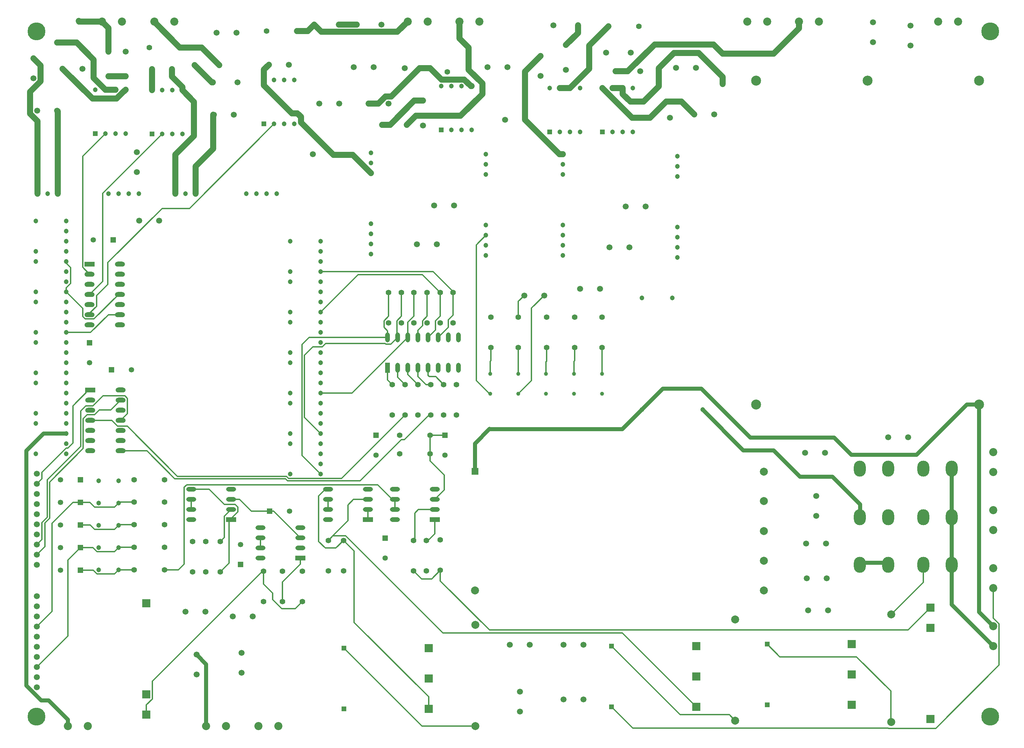
<source format=gtl>
%FSAX42Y42*%
%MOMM*%
G71*
G01*
G75*
G04 Layer_Physical_Order=1*
G04 Layer_Color=255*
%ADD10C,0.30*%
%ADD11C,1.00*%
%ADD12C,1.50*%
%ADD13O,2.50X1.20*%
%ADD14R,2.50X1.20*%
%ADD15C,1.35*%
%ADD16R,1.35X1.35*%
%ADD17C,1.52*%
%ADD18C,2.00*%
%ADD19C,2.03*%
%ADD20C,1.50*%
%ADD21C,1.40*%
%ADD22O,1.20X2.50*%
%ADD23R,1.20X2.50*%
%ADD24C,1.20*%
%ADD25R,1.20X1.22*%
%ADD26R,2.54X1.27*%
%ADD27O,2.54X1.27*%
%ADD28C,2.50*%
%ADD29C,1.00*%
%ADD30R,1.80X1.80*%
%ADD31R,1.35X1.35*%
%ADD32R,2.03X2.03*%
%ADD33R,1.27X1.27*%
%ADD34O,3.00X4.00*%
%ADD35C,4.50*%
D10*
X011243Y009830D02*
Y010084D01*
X015858Y012662D02*
X015862Y012658D01*
X015494Y012662D02*
X015858D01*
X015494Y012192D02*
Y012662D01*
Y012014D02*
Y012192D01*
Y012014D02*
X015850Y011659D01*
Y011290D02*
Y011659D01*
X015608Y011049D02*
X015850Y011290D01*
X012932Y010795D02*
Y011049D01*
X010503D02*
X010719D01*
X011011Y010757D01*
X011472D01*
X011570D01*
X012243Y010084D01*
X010607Y010922D02*
X010673Y010856D01*
X010333Y010922D02*
X010607D01*
X009952Y011303D02*
X010333Y010922D01*
X009327Y009426D02*
Y011351D01*
X009185Y009284D02*
X009327Y009426D01*
X011316Y008928D02*
X011544Y008700D01*
X011792Y008484D02*
Y008973D01*
X012243Y009423D01*
Y009576D01*
X012116Y008306D02*
X012294Y008484D01*
X011773Y008306D02*
X012116D01*
X011544Y008534D02*
X011773Y008306D01*
X011544Y008534D02*
Y008700D01*
X008529Y006039D02*
Y006484D01*
X008382Y005893D02*
X008529Y006039D01*
X008382Y005651D02*
Y005893D01*
X013056Y010135D02*
X013434Y010513D01*
X009393Y011417D02*
X014176D01*
X009327Y011351D02*
X009393Y011417D01*
X014176D02*
X014544Y011049D01*
X017704Y016019D02*
X017852Y016167D01*
X017704Y015621D02*
Y016019D01*
X018034Y015850D02*
X018351Y016167D01*
X027851Y008966D02*
Y009461D01*
X027051Y008166D02*
X027851Y008966D01*
X008776Y018351D02*
X009461D01*
X007417Y016993D02*
X008776Y018351D01*
X007417Y016446D02*
Y016993D01*
X006540Y013399D02*
X006934Y013792D01*
X006540Y012463D02*
Y013399D01*
X018034Y014034D02*
Y015850D01*
X017700Y013700D02*
X018034Y014034D01*
X018415Y014516D02*
Y014821D01*
X018400Y014501D02*
X018415Y014516D01*
X017704Y014525D02*
Y014846D01*
X017700Y014521D02*
X017704Y014525D01*
X017700Y014200D02*
Y014521D01*
X016650Y014034D02*
Y017437D01*
X006419Y012341D02*
X006540Y012463D01*
X006376Y012341D02*
X006419D01*
X005760Y011725D02*
X006376Y012341D01*
X018400Y014200D02*
Y014501D01*
X019100Y014200D02*
Y014516D01*
X019800Y014200D02*
Y014508D01*
X019799Y014509D02*
X019800Y014508D01*
X019799Y014509D02*
Y014821D01*
X016650Y014034D02*
X016983Y013700D01*
X016650Y017437D02*
X016891Y017678D01*
X016983Y013700D02*
X017000D01*
X015633Y014130D02*
X015832Y013932D01*
X015471Y014130D02*
X015633D01*
X015443Y014158D02*
X015471Y014130D01*
X015189Y014135D02*
X015392Y013932D01*
X015189Y014135D02*
Y014351D01*
X014935Y014183D02*
X015187Y013932D01*
X014935Y014183D02*
Y014351D01*
X013538Y013716D02*
X014935Y015113D01*
X012794Y014881D02*
X012874Y014961D01*
X012557Y014881D02*
X012794D01*
X012459Y015113D02*
X014427D01*
X012281Y014935D02*
X012459Y015113D01*
X012344Y014668D02*
X012557Y014881D01*
X012344Y013106D02*
Y014668D01*
X012281Y012154D02*
Y014935D01*
X016065Y015669D02*
Y016269D01*
X020306Y007696D02*
X022161Y005842D01*
X020041Y007366D02*
X021758Y005649D01*
X012941Y010020D02*
X013056Y010135D01*
X015608Y010185D02*
Y010541D01*
X015418Y009995D02*
X015608Y010185D01*
X015110Y010706D02*
X015199Y010795D01*
X021758Y005649D02*
X022990D01*
X010333Y010625D02*
X010503Y010795D01*
X022990Y005649D02*
X023139Y005499D01*
X026180Y007099D02*
X027038Y006241D01*
X024257Y007099D02*
X026180D01*
X023940Y007417D02*
X024257Y007099D01*
X014608Y010795D02*
Y011049D01*
X008839Y009284D02*
X009185D01*
X015199Y010795D02*
X015608D01*
X013932Y010541D02*
Y010795D01*
X009503D02*
Y011049D01*
Y011303D02*
X009952D01*
X017018Y014532D02*
Y014846D01*
X017000Y014514D02*
X017018Y014532D01*
X017000Y014200D02*
Y014514D01*
X019113Y014530D02*
Y014846D01*
X019100Y014516D02*
X019113Y014530D01*
X015392Y013932D02*
X015509D01*
X005639Y006845D02*
X006414Y007620D01*
Y009526D01*
X006727Y009839D01*
Y009271D02*
X007052D01*
X007145Y009179D01*
X007583D01*
X007688Y009284D01*
X008077D01*
X006727Y009839D02*
X007043D01*
X007145Y009738D01*
X007583D01*
X007688Y009843D01*
X007695Y009849D01*
X008077D01*
X006727Y010408D02*
X006972D01*
X007083Y010296D01*
X007583D01*
X007701Y010414D02*
X008077D01*
X007583Y010296D02*
X007688Y010401D01*
X007701Y010414D01*
X006727Y010976D02*
X006962D01*
X007688Y010960D02*
X007707Y010979D01*
X008077D01*
X006962Y010976D02*
X007083Y010855D01*
X007583D01*
X007688Y010960D01*
X027038Y005448D02*
Y006241D01*
X026978Y005303D02*
X028163D01*
X026973Y005309D02*
X026978Y005303D01*
X020574Y005309D02*
X026973D01*
X020041Y005842D02*
X020574Y005309D01*
X028163Y005303D02*
X029750Y006890D01*
Y007927D01*
X029604Y008073D02*
X029750Y007927D01*
X029604Y008073D02*
Y008822D01*
X015291Y005359D02*
X016624D01*
X013335Y007315D02*
X015291Y005359D01*
X015570Y016764D02*
X016065Y016269D01*
X012751Y016764D02*
X015570D01*
X015298Y016688D02*
X015743Y016243D01*
X013691Y016688D02*
X015298D01*
X012751Y015748D02*
X013691Y016688D01*
X015951Y015554D02*
X016065Y015669D01*
X015951Y015366D02*
Y015554D01*
X015697Y015113D02*
X015951Y015366D01*
X015743Y015644D02*
Y016243D01*
X015628Y015529D02*
X015743Y015644D01*
X015628Y015298D02*
Y015529D01*
X015443Y015113D02*
X015628Y015298D01*
X015420Y015644D02*
Y016243D01*
X015305Y015529D02*
X015420Y015644D01*
X015305Y015407D02*
Y015529D01*
X015189Y015113D02*
Y015291D01*
X015305Y015407D01*
X015088Y015644D02*
Y016243D01*
X014935Y015113D02*
Y015492D01*
X014775Y015644D02*
Y016243D01*
X014660Y015529D02*
X014775Y015644D01*
X014427Y014046D02*
X014541Y013932D01*
X014681Y014115D02*
X014864Y013932D01*
X014681Y014115D02*
Y014351D01*
X014427Y014046D02*
Y014351D01*
X014453Y015644D02*
Y016243D01*
X014338Y015529D02*
X014453Y015644D01*
X014338Y015366D02*
Y015529D01*
X014660Y015134D02*
X014681Y015113D01*
X014427D02*
Y015277D01*
X014338Y015366D02*
X014427Y015277D01*
X014660Y015134D02*
Y015529D01*
X012874Y014961D02*
X014366D01*
X014384Y014943D01*
X014511D01*
X014681Y015113D01*
X012751Y013716D02*
X013538D01*
X015443Y014158D02*
Y014351D01*
X012281Y012154D02*
X012751Y011684D01*
X012344Y013106D02*
X012751Y012700D01*
X013574Y011049D02*
X013932D01*
X013434Y010513D02*
Y010909D01*
X013574Y011049D01*
X007517Y013030D02*
X007663Y012885D01*
X006972Y013030D02*
X007517D01*
X014544Y011049D02*
X014608D01*
X007663Y012885D02*
X007906D01*
X009161Y011630D01*
X015470Y013170D02*
X015509D01*
X014847Y012547D02*
X015470Y013170D01*
X014769Y012547D02*
X014847D01*
X008395Y012268D02*
X009093Y011570D01*
X007734Y012268D02*
X008395D01*
X009093Y011570D02*
X011870D01*
X009161Y011630D02*
X011895D01*
X013741Y011519D02*
X014769Y012547D01*
X011895Y011630D02*
X011945Y011579D01*
X011870Y011570D02*
X011920Y011519D01*
X013741D01*
X011945Y011579D02*
X013273D01*
X014864Y013170D01*
X006959Y016701D02*
X006960D01*
X006788Y016872D02*
X006959Y016701D01*
X006788Y019665D02*
X007353Y020231D01*
X006960Y016193D02*
X007290Y016523D01*
X006960Y015685D02*
Y015722D01*
X007132Y015894D02*
Y016161D01*
X007417Y016446D01*
X009461Y018351D02*
X011582Y020472D01*
X006788Y016872D02*
Y019665D01*
X006375Y016256D02*
X006788Y015844D01*
Y015640D02*
Y015844D01*
X007685Y016193D02*
X007722D01*
X006960Y015722D02*
X007132Y015894D01*
X006851Y015576D02*
X007068D01*
X006788Y015640D02*
X006851Y015576D01*
X007068D02*
X007685Y016193D01*
X006986Y015240D02*
X007431Y015685D01*
X007722D01*
X006375Y015240D02*
X006986D01*
X006375Y016256D02*
Y016362D01*
X006480Y016467D01*
Y016869D01*
X006375Y016974D02*
X006480Y016869D01*
X006375Y016974D02*
Y017018D01*
X005639Y007861D02*
X006020Y008242D01*
X007081Y013176D02*
X007202Y013297D01*
X007493D01*
X007734Y013538D01*
X006020Y008242D02*
Y010452D01*
X006544Y010976D01*
X006727D01*
X006800Y013075D02*
X006901Y013176D01*
X007081D01*
X006740Y013269D02*
X006864Y013393D01*
X007044D01*
X007298Y013647D01*
X007843D01*
X007906Y013583D01*
Y013202D02*
Y013583D01*
X007734Y013030D02*
X007906Y013202D01*
X005639Y009665D02*
X005842Y009868D01*
Y010460D01*
X005962Y010580D01*
X005760Y010463D02*
X005902Y010605D01*
X006800Y012325D02*
Y013075D01*
X006740Y012379D02*
Y013269D01*
X005962Y010580D02*
Y011486D01*
X006800Y012325D01*
X005902Y010605D02*
Y011541D01*
X006740Y012379D01*
X006934Y013792D02*
X006972D01*
X011316Y008928D02*
Y009220D01*
X008529Y006484D02*
X011265Y009220D01*
X011316D01*
X010236Y009233D02*
X010452Y009449D01*
X013056Y010135D02*
X013372D01*
X015110Y010056D02*
Y010706D01*
X012865Y011303D02*
X012932D01*
X012700Y011138D02*
X012865Y011303D01*
X012700Y009995D02*
Y011138D01*
Y009995D02*
X012865Y009830D01*
X013132D01*
X013322Y010020D01*
X015455Y005791D02*
Y006097D01*
X013589Y007963D02*
X015455Y006097D01*
X013589Y007963D02*
Y009754D01*
X013322Y010020D02*
X013589Y009754D01*
X010236Y009995D02*
X010333Y010092D01*
Y010625D01*
X010452Y009449D02*
Y010516D01*
X010673Y010737D02*
Y010856D01*
X010452Y010516D02*
X010673Y010737D01*
X013372Y010135D02*
X015812Y007696D01*
X020306D01*
X027470Y007772D02*
X028029Y008331D01*
X016980Y007772D02*
X027470D01*
X015748Y009004D02*
X016980Y007772D01*
X015748Y009004D02*
Y009271D01*
X015532Y009055D02*
X015748Y009271D01*
X015278Y009055D02*
X015532D01*
X015075Y009258D02*
X015278Y009055D01*
X014935Y015492D02*
X015088Y015644D01*
X007290Y018732D02*
X008776Y020218D01*
X007290Y016523D02*
Y018732D01*
X005639Y011443D02*
X005760Y011564D01*
Y011725D01*
X005639Y009919D02*
X005760Y010040D01*
Y010463D01*
D11*
X009639Y007155D02*
X009881Y006913D01*
Y005359D02*
Y006913D01*
X006414Y005359D02*
Y005524D01*
X005804Y012700D02*
X006375D01*
X005375Y012271D02*
X005804Y012700D01*
X005375Y006380D02*
Y012271D01*
Y006380D02*
X005748Y006007D01*
X005931D01*
X006414Y005524D01*
X022321Y013302D02*
X023343Y012281D01*
X016614Y011757D02*
Y012448D01*
X026262Y009461D02*
X026973D01*
X026262Y010630D02*
X026270Y010638D01*
Y010922D01*
X025572Y011621D02*
X026270Y010922D01*
X026236Y010655D02*
Y010731D01*
X028562Y008407D02*
Y011798D01*
X028947Y013428D02*
X029248D01*
X027686Y012167D02*
X028947Y013428D01*
X026048Y012167D02*
X027686D01*
X025616Y012598D02*
X026048Y012167D01*
X020798Y013302D02*
X021325Y013830D01*
X022288D01*
X023520Y012598D01*
X025616D01*
X028562Y008407D02*
X029604Y007366D01*
X023343Y012281D02*
X024105D01*
X024765Y011621D01*
X025572D01*
X029248Y008222D02*
X029604Y007866D01*
X029248Y008222D02*
Y013428D01*
X016982Y012812D02*
X020307D01*
X020798Y013302D01*
X016614Y012448D02*
X016982Y012817D01*
D12*
X016226Y022616D02*
X016459Y022383D01*
Y021831D02*
Y022383D01*
Y021831D02*
X016802Y021488D01*
X016350Y021585D02*
X016515Y021420D01*
X016802Y021222D02*
Y021488D01*
X014910Y020447D02*
X015138Y020676D01*
X016256D01*
X016802Y021222D01*
X016226Y022616D02*
Y023038D01*
X012255Y020511D02*
Y020650D01*
X012167Y020739D02*
X012255Y020650D01*
X012027Y020739D02*
X012167D01*
X011328Y021438D02*
X012027Y020739D01*
X012255Y020511D02*
X013068Y019698D01*
X013551D01*
X011328Y021438D02*
Y021572D01*
X013551Y019698D02*
X014008Y019240D01*
X024735Y022868D02*
Y023038D01*
X014674Y022782D02*
X014931Y023038D01*
X008581Y023030D02*
X009220Y022390D01*
X008581Y023030D02*
Y023038D01*
X006683Y023053D02*
X006698Y023038D01*
X007272D01*
X007429Y022881D01*
Y022288D02*
Y022881D01*
X024105Y022238D02*
X024735Y022868D01*
X022822Y022238D02*
X024105D01*
X022593Y022466D02*
X022822Y022238D01*
X021120Y022466D02*
X022593D01*
X020447Y021793D02*
X021120Y022466D01*
X020142Y021793D02*
X020447D01*
X022225Y022250D02*
X022822Y021654D01*
X021603Y022250D02*
X022225D01*
X021222Y021869D02*
X021603Y022250D01*
X019482Y021852D02*
Y022441D01*
X019964Y022924D01*
X021222Y021412D02*
Y021869D01*
X020841Y021031D02*
X021222Y021412D01*
X018898Y022451D02*
X019200Y022754D01*
Y022949D01*
X018999Y021369D02*
X019482Y021852D01*
X015098Y021054D02*
X015316D01*
X014491Y020447D02*
X015098Y021054D01*
X014290Y020447D02*
X014491D01*
X012766Y022782D02*
X014674D01*
X012586Y022962D02*
X012766Y022782D01*
X012428Y022804D02*
X012586Y022962D01*
X012154Y022804D02*
X012428D01*
X013206Y022962D02*
X013655D01*
X009220Y022390D02*
X009766D01*
X010211Y021946D01*
X009591D02*
X010023Y021514D01*
X010048D01*
X009284Y021318D02*
Y021399D01*
X009022Y021662D02*
X009284Y021399D01*
X009022Y021662D02*
Y021844D01*
X008522Y021318D02*
Y021844D01*
X006144Y022514D02*
X006632D01*
X007061Y022085D01*
Y021623D02*
Y022085D01*
Y021623D02*
X007353Y021331D01*
X007607D01*
X007031Y021107D02*
X007638D01*
X007787Y021257D01*
X007429Y021668D02*
X007861D01*
X006282Y021857D02*
X007031Y021107D01*
X020320Y021222D02*
X020510Y021031D01*
X020320Y021222D02*
Y021369D01*
X020066D02*
X020320D01*
X018745D02*
X018999D01*
X020556Y020625D02*
X021006D01*
X019812Y021369D02*
X020556Y020625D01*
X019812Y021369D02*
Y021369D01*
X016515Y021420D02*
X016535D01*
X014198Y020980D02*
X014378Y021160D01*
X013953Y020980D02*
X014198D01*
X011328Y021836D02*
X011451Y021958D01*
X011328Y021572D02*
Y021836D01*
X009284Y021318D02*
X009576Y021026D01*
Y020168D02*
Y021026D01*
X009108Y019700D02*
X009576Y020168D01*
X009108Y018722D02*
Y019700D01*
X009106Y018720D02*
X009108Y018722D01*
X020510Y021031D02*
X020841D01*
X021006Y020625D02*
X021412Y021031D01*
X021793D01*
X022111Y020714D01*
X022822Y021476D02*
Y021654D01*
X005651Y018720D02*
Y020542D01*
X005466Y020728D02*
X005651Y020542D01*
X005466Y020728D02*
Y021277D01*
X006160Y018720D02*
Y020790D01*
X005728Y021798D02*
X005730Y021795D01*
X005728Y021798D02*
Y021938D01*
X005550Y022115D02*
X005728Y021938D01*
X005466Y021277D02*
X005730Y021541D01*
Y021795D01*
X010058Y019850D02*
Y020701D01*
X009614Y018720D02*
Y019406D01*
X010058Y019850D01*
X007787Y021257D02*
Y021257D01*
X007861Y021331D01*
X015359Y021869D02*
X015494D01*
X015778Y021585D01*
X016350D01*
X014378Y021160D02*
X014518D01*
X015227Y021869D01*
X015359D01*
X018737Y019710D02*
X018821D01*
X017874Y020574D02*
X018737Y019710D01*
X017874Y020574D02*
Y021790D01*
X018263Y022179D01*
D13*
X011243Y010338D02*
D03*
Y010084D02*
D03*
Y009830D02*
D03*
Y009576D02*
D03*
X012243Y010338D02*
D03*
Y010084D02*
D03*
Y009830D02*
D03*
X014608Y011303D02*
D03*
Y011049D02*
D03*
Y010795D02*
D03*
Y010541D02*
D03*
X015608Y011303D02*
D03*
Y011049D02*
D03*
Y010795D02*
D03*
X009503Y011303D02*
D03*
Y011049D02*
D03*
Y010795D02*
D03*
Y010541D02*
D03*
X010503Y011303D02*
D03*
Y011049D02*
D03*
Y010795D02*
D03*
X012932Y011303D02*
D03*
Y011049D02*
D03*
Y010795D02*
D03*
Y010541D02*
D03*
X013932Y011303D02*
D03*
Y011049D02*
D03*
Y010795D02*
D03*
D14*
X012243Y009576D02*
D03*
X015608Y010541D02*
D03*
X010503D02*
D03*
X013932D02*
D03*
D15*
X011972Y010757D02*
D03*
X006227Y011544D02*
D03*
Y010976D02*
D03*
Y010408D02*
D03*
Y009839D02*
D03*
Y009271D02*
D03*
X007052Y017564D02*
D03*
X014135Y012158D02*
D03*
X015862D02*
D03*
X014364Y009580D02*
D03*
X010744Y009915D02*
D03*
X008010Y014300D02*
D03*
X006960Y014482D02*
D03*
D16*
X011472Y010757D02*
D03*
X006727Y011544D02*
D03*
Y010976D02*
D03*
Y010408D02*
D03*
Y009839D02*
D03*
Y009271D02*
D03*
X007553Y017564D02*
D03*
X007510Y014300D02*
D03*
D17*
X019253Y016332D02*
D03*
X019753D02*
D03*
X019990Y017374D02*
D03*
X020490D02*
D03*
X015164Y017450D02*
D03*
X015664D02*
D03*
X026594Y023025D02*
D03*
Y022525D02*
D03*
X005639Y009411D02*
D03*
Y009665D02*
D03*
Y009919D02*
D03*
Y010173D02*
D03*
Y011443D02*
D03*
Y010427D02*
D03*
Y010681D02*
D03*
Y010935D02*
D03*
Y011189D02*
D03*
Y011697D02*
D03*
X008141Y019266D02*
D03*
Y019766D02*
D03*
X006147Y020803D02*
D03*
X005647D02*
D03*
X013576Y021895D02*
D03*
X014076D02*
D03*
X012713Y020980D02*
D03*
X013213D02*
D03*
X013056Y019710D02*
D03*
X012556D02*
D03*
X014859Y021869D02*
D03*
X015359D02*
D03*
X010071Y020701D02*
D03*
X010571D02*
D03*
X010643Y022758D02*
D03*
X010143D02*
D03*
X006782Y021857D02*
D03*
X006282D02*
D03*
X016929Y021895D02*
D03*
X017429D02*
D03*
X017374Y020574D02*
D03*
X017874D02*
D03*
X021654Y021882D02*
D03*
X022153D02*
D03*
X022111Y020714D02*
D03*
X022611D02*
D03*
X024892Y012217D02*
D03*
X025392D02*
D03*
X025171Y011138D02*
D03*
Y010638D02*
D03*
X024930Y009068D02*
D03*
X025430D02*
D03*
X017742Y005728D02*
D03*
Y006228D02*
D03*
X017488Y007404D02*
D03*
X017988D02*
D03*
X009360Y008230D02*
D03*
X009860D02*
D03*
X009639Y006655D02*
D03*
Y007155D02*
D03*
X005639Y006337D02*
D03*
Y006591D02*
D03*
Y006845D02*
D03*
Y007099D02*
D03*
Y008369D02*
D03*
Y007353D02*
D03*
Y007607D02*
D03*
Y007861D02*
D03*
Y008115D02*
D03*
Y008623D02*
D03*
D18*
X023139Y005499D02*
D03*
Y008039D02*
D03*
X027051Y008166D02*
D03*
Y005466D02*
D03*
X016614Y008767D02*
D03*
X023854D02*
D03*
Y011747D02*
D03*
Y010257D02*
D03*
Y011007D02*
D03*
Y009507D02*
D03*
X016624Y005359D02*
D03*
Y007899D02*
D03*
D19*
X008581Y023038D02*
D03*
X009081D02*
D03*
X007272D02*
D03*
X007772D02*
D03*
X024735D02*
D03*
X025235D02*
D03*
X023440D02*
D03*
X023940D02*
D03*
X016226D02*
D03*
X016726D02*
D03*
X014931D02*
D03*
X015430D02*
D03*
X029604Y011735D02*
D03*
Y012235D02*
D03*
Y010279D02*
D03*
Y010779D02*
D03*
Y008822D02*
D03*
Y009322D02*
D03*
Y007866D02*
D03*
Y007366D02*
D03*
X011189Y005359D02*
D03*
X011689D02*
D03*
X009881D02*
D03*
X010381D02*
D03*
X006414D02*
D03*
X006914D02*
D03*
X028727Y023038D02*
D03*
X028227D02*
D03*
D20*
X020521Y022263D02*
D03*
X019901D02*
D03*
X020762Y021793D02*
D03*
X020142D02*
D03*
X018898Y022451D02*
D03*
Y021831D02*
D03*
X019200Y022949D02*
D03*
X018580D02*
D03*
X015316Y021054D02*
D03*
Y020434D02*
D03*
X014290Y020447D02*
D03*
X014910D02*
D03*
X013655Y022962D02*
D03*
X014275D02*
D03*
X013206D02*
D03*
X012586D02*
D03*
X010048Y021514D02*
D03*
X010668D02*
D03*
X009591Y021946D02*
D03*
X010211D02*
D03*
X007429Y021668D02*
D03*
Y022288D02*
D03*
X007861Y021668D02*
D03*
Y022288D02*
D03*
X020392Y018402D02*
D03*
X020891D02*
D03*
X011951Y021958D02*
D03*
X011451D02*
D03*
X009022Y021844D02*
D03*
X008522D02*
D03*
X018263Y022179D02*
D03*
Y021679D02*
D03*
X021506Y020625D02*
D03*
X021006D02*
D03*
X010770Y006701D02*
D03*
Y007201D02*
D03*
X027534Y022436D02*
D03*
Y022936D02*
D03*
X017852Y016167D02*
D03*
X018351D02*
D03*
X025468Y008268D02*
D03*
X024968D02*
D03*
X025417Y009944D02*
D03*
X024917D02*
D03*
X027475Y012611D02*
D03*
X026975D02*
D03*
X015591Y018428D02*
D03*
X016091D02*
D03*
X005550Y022115D02*
D03*
Y021615D02*
D03*
X013953Y020980D02*
D03*
X014453D02*
D03*
X019334Y006033D02*
D03*
X018834D02*
D03*
X019334Y007404D02*
D03*
X018834D02*
D03*
X008204Y018047D02*
D03*
X008704D02*
D03*
X010549Y008115D02*
D03*
X011049D02*
D03*
D21*
X019964Y022924D02*
D03*
X020726D02*
D03*
X011392Y022804D02*
D03*
X012154D02*
D03*
X015399Y010020D02*
D03*
Y009258D02*
D03*
X015075Y010020D02*
D03*
Y009258D02*
D03*
X015748Y010033D02*
D03*
Y009271D02*
D03*
X013322Y009258D02*
D03*
Y010020D02*
D03*
X012941Y009258D02*
D03*
Y010020D02*
D03*
X012294Y009246D02*
D03*
Y008484D02*
D03*
X011792D02*
D03*
Y009246D02*
D03*
X011316Y008484D02*
D03*
Y009246D02*
D03*
X010236Y009233D02*
D03*
Y009995D02*
D03*
X009874D02*
D03*
Y009233D02*
D03*
X009538Y009995D02*
D03*
Y009233D02*
D03*
X016065Y016243D02*
D03*
Y015481D02*
D03*
X015743Y016243D02*
D03*
Y015481D02*
D03*
X015420Y016243D02*
D03*
Y015481D02*
D03*
X015088Y016243D02*
D03*
Y015481D02*
D03*
X014775Y016243D02*
D03*
Y015481D02*
D03*
X014453Y016243D02*
D03*
Y015481D02*
D03*
X016154Y013932D02*
D03*
Y013170D02*
D03*
X015832Y013932D02*
D03*
Y013170D02*
D03*
X015509Y013932D02*
D03*
Y013170D02*
D03*
X015187Y013932D02*
D03*
Y013170D02*
D03*
X014864Y013932D02*
D03*
Y013170D02*
D03*
X014541Y013932D02*
D03*
Y013170D02*
D03*
X015923Y021778D02*
D03*
X016462Y022317D02*
D03*
X019799Y015621D02*
D03*
Y014859D02*
D03*
X019113Y015621D02*
D03*
Y014859D02*
D03*
X018415Y015621D02*
D03*
Y014859D02*
D03*
X022822Y021476D02*
D03*
Y022238D02*
D03*
X008458Y022390D02*
D03*
X009220D02*
D03*
X017704Y015621D02*
D03*
Y014859D02*
D03*
X017018D02*
D03*
Y015621D02*
D03*
X015494Y012192D02*
D03*
X014732D02*
D03*
X015494Y012662D02*
D03*
X014732D02*
D03*
X008077Y009284D02*
D03*
X008839D02*
D03*
Y009849D02*
D03*
X008077D02*
D03*
X008839Y010414D02*
D03*
X008077D02*
D03*
Y010979D02*
D03*
X008839D02*
D03*
X008077Y011544D02*
D03*
X008839D02*
D03*
X006144Y022514D02*
D03*
X006683Y023053D02*
D03*
D22*
X016205Y015113D02*
D03*
Y014351D02*
D03*
X014681D02*
D03*
X014935D02*
D03*
X015189D02*
D03*
X015443D02*
D03*
X015697D02*
D03*
X015951D02*
D03*
X014427Y015113D02*
D03*
X014681D02*
D03*
X014935D02*
D03*
X015189D02*
D03*
X015443D02*
D03*
X015697D02*
D03*
X015951D02*
D03*
D23*
X014427Y014351D02*
D03*
D24*
X005651Y018720D02*
D03*
X005906D02*
D03*
X006160D02*
D03*
X007429D02*
D03*
X007683D02*
D03*
X007938D02*
D03*
X008192D02*
D03*
X018821Y019710D02*
D03*
Y019456D02*
D03*
Y019202D02*
D03*
Y017932D02*
D03*
Y017678D02*
D03*
Y017424D02*
D03*
Y017170D02*
D03*
X016027Y020320D02*
D03*
X016281D02*
D03*
X016535D02*
D03*
X015773Y021420D02*
D03*
X016027D02*
D03*
X016281D02*
D03*
X016535D02*
D03*
X011582Y020472D02*
D03*
X011836D02*
D03*
X012090D02*
D03*
X011328Y021572D02*
D03*
X011582D02*
D03*
X011836D02*
D03*
X012090D02*
D03*
X009106Y018720D02*
D03*
X009360D02*
D03*
X009614D02*
D03*
X010884D02*
D03*
X011138D02*
D03*
X011392D02*
D03*
X011646D02*
D03*
X007353Y020231D02*
D03*
X007607D02*
D03*
X007861D02*
D03*
X007099Y021331D02*
D03*
X007353D02*
D03*
X007607D02*
D03*
X007861D02*
D03*
X008776Y020218D02*
D03*
X009030D02*
D03*
X009284D02*
D03*
X008522Y021318D02*
D03*
X008776D02*
D03*
X009030D02*
D03*
X009284D02*
D03*
X018745Y020269D02*
D03*
X018999D02*
D03*
X019253D02*
D03*
X018491Y021369D02*
D03*
X018745D02*
D03*
X018999D02*
D03*
X019253D02*
D03*
X020066Y020269D02*
D03*
X020320D02*
D03*
X020574D02*
D03*
X019812Y021369D02*
D03*
X020066D02*
D03*
X020320D02*
D03*
X020574D02*
D03*
X016891Y019710D02*
D03*
Y019456D02*
D03*
Y019202D02*
D03*
Y017932D02*
D03*
Y017678D02*
D03*
Y017424D02*
D03*
Y017170D02*
D03*
X020798Y013302D02*
D03*
X022321D02*
D03*
X020798Y016102D02*
D03*
X021560D02*
D03*
X021692Y019660D02*
D03*
Y019406D02*
D03*
Y019152D02*
D03*
Y017882D02*
D03*
Y017628D02*
D03*
Y017374D02*
D03*
Y017120D02*
D03*
X014008Y019749D02*
D03*
Y019495D02*
D03*
Y019240D02*
D03*
Y017971D02*
D03*
Y017716D02*
D03*
Y017462D02*
D03*
Y017209D02*
D03*
X007188Y009843D02*
D03*
X007688D02*
D03*
X007188Y010401D02*
D03*
X007688D02*
D03*
X007188Y010960D02*
D03*
X007688D02*
D03*
X007188Y011519D02*
D03*
X007688D02*
D03*
X006375Y018034D02*
D03*
Y017780D02*
D03*
Y017526D02*
D03*
Y017272D02*
D03*
X005613D02*
D03*
Y018034D02*
D03*
X006375Y017018D02*
D03*
Y016764D02*
D03*
Y016510D02*
D03*
Y016256D02*
D03*
X005613D02*
D03*
Y017018D02*
D03*
X006375Y016002D02*
D03*
Y015748D02*
D03*
Y015494D02*
D03*
Y015240D02*
D03*
X005613D02*
D03*
Y016002D02*
D03*
X006375Y014986D02*
D03*
Y014732D02*
D03*
Y014478D02*
D03*
Y014224D02*
D03*
X005613D02*
D03*
Y014986D02*
D03*
X006375Y013970D02*
D03*
Y013716D02*
D03*
Y013462D02*
D03*
Y013208D02*
D03*
X005613D02*
D03*
Y013970D02*
D03*
X006375Y012954D02*
D03*
Y012700D02*
D03*
Y012446D02*
D03*
Y012192D02*
D03*
X005613D02*
D03*
Y012954D02*
D03*
X012751Y017526D02*
D03*
Y017272D02*
D03*
Y017018D02*
D03*
Y016764D02*
D03*
X011989D02*
D03*
Y017526D02*
D03*
X012751Y015494D02*
D03*
Y015240D02*
D03*
Y014986D02*
D03*
Y014732D02*
D03*
X011989D02*
D03*
Y015494D02*
D03*
X012751Y014478D02*
D03*
Y014224D02*
D03*
Y013970D02*
D03*
Y013716D02*
D03*
X011989D02*
D03*
Y014478D02*
D03*
X012751Y016510D02*
D03*
Y016256D02*
D03*
Y016002D02*
D03*
Y015748D02*
D03*
X011989D02*
D03*
Y016510D02*
D03*
X012751Y013462D02*
D03*
Y013208D02*
D03*
Y012954D02*
D03*
Y012700D02*
D03*
X011989D02*
D03*
Y013462D02*
D03*
X012751Y012446D02*
D03*
Y012192D02*
D03*
Y011938D02*
D03*
Y011684D02*
D03*
X011989D02*
D03*
Y012446D02*
D03*
X007188Y009284D02*
D03*
X007688D02*
D03*
D25*
X015773Y020320D02*
D03*
X011328Y020472D02*
D03*
X007099Y020231D02*
D03*
X008522Y020218D02*
D03*
X018491Y020269D02*
D03*
X019812D02*
D03*
D26*
X006960Y016954D02*
D03*
X006972Y013792D02*
D03*
D27*
X006960Y016701D02*
D03*
Y016446D02*
D03*
Y016193D02*
D03*
Y015938D02*
D03*
Y015685D02*
D03*
Y015430D02*
D03*
X007722Y016954D02*
D03*
Y016701D02*
D03*
Y016446D02*
D03*
Y016193D02*
D03*
Y015938D02*
D03*
Y015685D02*
D03*
Y015430D02*
D03*
X007734Y012268D02*
D03*
Y012522D02*
D03*
Y012776D02*
D03*
Y013030D02*
D03*
Y013284D02*
D03*
Y013538D02*
D03*
Y013792D02*
D03*
X006972Y012268D02*
D03*
Y012522D02*
D03*
Y012776D02*
D03*
Y013030D02*
D03*
Y013284D02*
D03*
Y013538D02*
D03*
D28*
X023660Y013428D02*
D03*
X029248Y021558D02*
D03*
X026454D02*
D03*
X023660D02*
D03*
X029248Y013428D02*
D03*
D29*
X017000Y013700D02*
D03*
Y014200D02*
D03*
X017700Y013700D02*
D03*
Y014200D02*
D03*
X019100Y013700D02*
D03*
Y014200D02*
D03*
X019800Y013700D02*
D03*
Y014200D02*
D03*
X018400Y013700D02*
D03*
Y014200D02*
D03*
D30*
X016614Y011757D02*
D03*
D31*
X014135Y012658D02*
D03*
X015862D02*
D03*
X014364Y010080D02*
D03*
X010744Y009415D02*
D03*
X006960Y014982D02*
D03*
D32*
X015455Y005791D02*
D03*
Y006553D02*
D03*
Y007315D02*
D03*
X022161Y005842D02*
D03*
Y006604D02*
D03*
Y007366D02*
D03*
X026060Y005893D02*
D03*
Y006655D02*
D03*
Y007417D02*
D03*
X028029Y008331D02*
D03*
Y007823D02*
D03*
Y005537D02*
D03*
X008382Y005651D02*
D03*
Y006160D02*
D03*
Y008446D02*
D03*
D33*
X013335Y005791D02*
D03*
Y007315D02*
D03*
X020041Y005842D02*
D03*
Y007366D02*
D03*
X023940Y005893D02*
D03*
Y007417D02*
D03*
D34*
X028562Y009411D02*
D03*
X026973D02*
D03*
X027851D02*
D03*
X026262D02*
D03*
X028562Y010604D02*
D03*
X026973D02*
D03*
X027851D02*
D03*
X026262D02*
D03*
X028562Y011824D02*
D03*
X026973D02*
D03*
X027851D02*
D03*
X026262D02*
D03*
D35*
X029527Y005601D02*
D03*
Y022796D02*
D03*
X005626D02*
D03*
Y005601D02*
D03*
M02*

</source>
